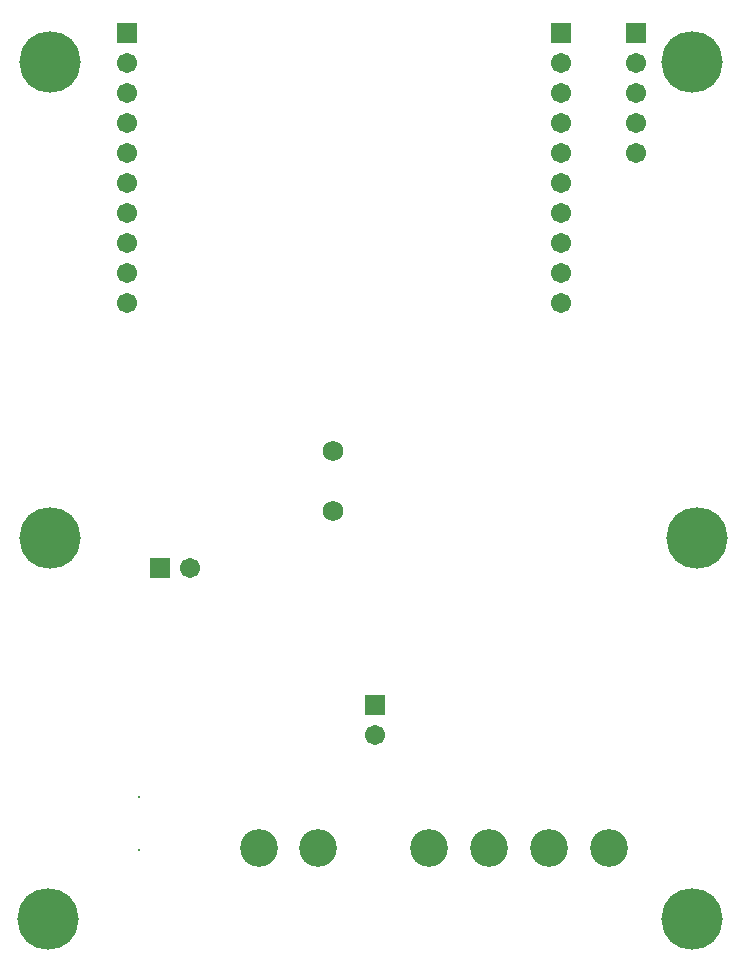
<source format=gbs>
G04 Layer_Color=16711935*
%FSLAX25Y25*%
%MOIN*%
G70*
G01*
G75*
%ADD70C,0.00800*%
%ADD71C,0.20485*%
%ADD72R,0.06706X0.06706*%
%ADD73C,0.06706*%
%ADD74C,0.06800*%
%ADD75R,0.06706X0.06706*%
%ADD76C,0.12611*%
D70*
X540945Y526968D02*
D03*
Y509252D02*
D03*
D71*
X511122Y613386D02*
D03*
X726968D02*
D03*
X725291Y486224D02*
D03*
X510732D02*
D03*
X725291Y772043D02*
D03*
X511122Y772047D02*
D03*
D72*
X619488Y557657D02*
D03*
X706500Y781500D02*
D03*
X681500D02*
D03*
X537000D02*
D03*
D73*
X619488Y547657D02*
D03*
X557756Y603150D02*
D03*
X706500Y741500D02*
D03*
Y751500D02*
D03*
Y761500D02*
D03*
Y771500D02*
D03*
X681500Y761500D02*
D03*
Y691500D02*
D03*
Y701500D02*
D03*
Y711500D02*
D03*
Y721500D02*
D03*
Y731500D02*
D03*
Y741500D02*
D03*
Y751500D02*
D03*
Y771500D02*
D03*
X537000Y761500D02*
D03*
Y691500D02*
D03*
Y701500D02*
D03*
Y711500D02*
D03*
Y721500D02*
D03*
Y731500D02*
D03*
Y741500D02*
D03*
Y751500D02*
D03*
Y771500D02*
D03*
D74*
X605512Y642283D02*
D03*
Y622284D02*
D03*
D75*
X547756Y603150D02*
D03*
D76*
X677539Y509941D02*
D03*
X657539D02*
D03*
X637539D02*
D03*
X697539D02*
D03*
X600689D02*
D03*
X581004D02*
D03*
M02*

</source>
